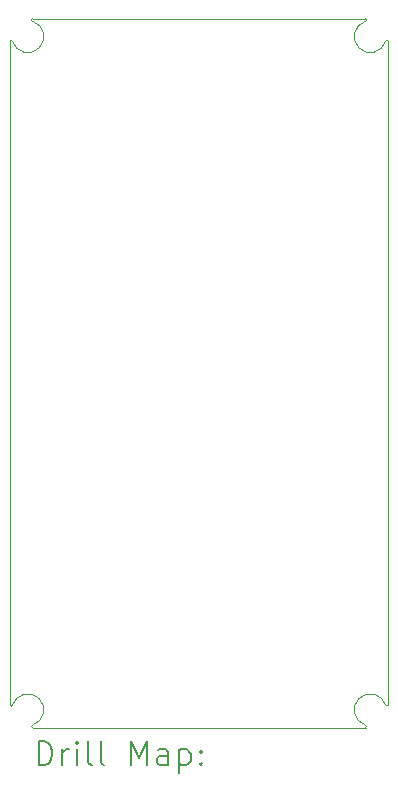
<source format=gbr>
%TF.GenerationSoftware,KiCad,Pcbnew,7.0.2-6a45011f42~172~ubuntu22.04.1*%
%TF.CreationDate,2023-05-07T18:17:42+01:00*%
%TF.ProjectId,octoHX711,6f63746f-4858-4373-9131-2e6b69636164,rev?*%
%TF.SameCoordinates,Original*%
%TF.FileFunction,Drillmap*%
%TF.FilePolarity,Positive*%
%FSLAX45Y45*%
G04 Gerber Fmt 4.5, Leading zero omitted, Abs format (unit mm)*
G04 Created by KiCad (PCBNEW 7.0.2-6a45011f42~172~ubuntu22.04.1) date 2023-05-07 18:17:42*
%MOMM*%
%LPD*%
G01*
G04 APERTURE LIST*
%ADD10C,0.100000*%
%ADD11C,0.200000*%
G04 APERTURE END LIST*
D10*
X12690000Y-12480000D02*
G75*
G03*
X12690000Y-12500000I0J-10000D01*
G01*
X12500000Y-12310000D02*
G75*
G03*
X12520000Y-12310000I10000J0D01*
G01*
X12690000Y-12480000D02*
G75*
G03*
X12520000Y-12310000I-40000J130000D01*
G01*
X15680000Y-12310000D02*
G75*
G03*
X15700000Y-12310000I10000J0D01*
G01*
X15510000Y-12500000D02*
G75*
G03*
X15510000Y-12480000I0J10000D01*
G01*
X15680000Y-12310000D02*
G75*
G03*
X15510000Y-12480000I-130000J-40000D01*
G01*
X15510000Y-6520000D02*
G75*
G03*
X15510000Y-6500000I0J10000D01*
G01*
X15700000Y-6690000D02*
G75*
G03*
X15680000Y-6690000I-10000J0D01*
G01*
X15510000Y-6520000D02*
G75*
G03*
X15680000Y-6690000I40000J-130000D01*
G01*
X12520000Y-6690000D02*
G75*
G03*
X12500000Y-6690000I-10000J0D01*
G01*
X12690000Y-6500000D02*
G75*
G03*
X12690000Y-6520000I0J-10000D01*
G01*
X12520000Y-6690000D02*
G75*
G03*
X12690000Y-6520000I130000J40000D01*
G01*
X12690000Y-6500000D02*
X15510000Y-6500000D01*
X12500000Y-12310000D02*
X12500000Y-6690000D01*
X15510000Y-12500000D02*
X12690000Y-12500000D01*
X15700000Y-6690000D02*
X15700000Y-12310000D01*
D11*
X12742619Y-12817524D02*
X12742619Y-12617524D01*
X12742619Y-12617524D02*
X12790238Y-12617524D01*
X12790238Y-12617524D02*
X12818809Y-12627048D01*
X12818809Y-12627048D02*
X12837857Y-12646095D01*
X12837857Y-12646095D02*
X12847381Y-12665143D01*
X12847381Y-12665143D02*
X12856905Y-12703238D01*
X12856905Y-12703238D02*
X12856905Y-12731809D01*
X12856905Y-12731809D02*
X12847381Y-12769905D01*
X12847381Y-12769905D02*
X12837857Y-12788952D01*
X12837857Y-12788952D02*
X12818809Y-12808000D01*
X12818809Y-12808000D02*
X12790238Y-12817524D01*
X12790238Y-12817524D02*
X12742619Y-12817524D01*
X12942619Y-12817524D02*
X12942619Y-12684190D01*
X12942619Y-12722286D02*
X12952143Y-12703238D01*
X12952143Y-12703238D02*
X12961667Y-12693714D01*
X12961667Y-12693714D02*
X12980714Y-12684190D01*
X12980714Y-12684190D02*
X12999762Y-12684190D01*
X13066428Y-12817524D02*
X13066428Y-12684190D01*
X13066428Y-12617524D02*
X13056905Y-12627048D01*
X13056905Y-12627048D02*
X13066428Y-12636571D01*
X13066428Y-12636571D02*
X13075952Y-12627048D01*
X13075952Y-12627048D02*
X13066428Y-12617524D01*
X13066428Y-12617524D02*
X13066428Y-12636571D01*
X13190238Y-12817524D02*
X13171190Y-12808000D01*
X13171190Y-12808000D02*
X13161667Y-12788952D01*
X13161667Y-12788952D02*
X13161667Y-12617524D01*
X13295000Y-12817524D02*
X13275952Y-12808000D01*
X13275952Y-12808000D02*
X13266428Y-12788952D01*
X13266428Y-12788952D02*
X13266428Y-12617524D01*
X13523571Y-12817524D02*
X13523571Y-12617524D01*
X13523571Y-12617524D02*
X13590238Y-12760381D01*
X13590238Y-12760381D02*
X13656905Y-12617524D01*
X13656905Y-12617524D02*
X13656905Y-12817524D01*
X13837857Y-12817524D02*
X13837857Y-12712762D01*
X13837857Y-12712762D02*
X13828333Y-12693714D01*
X13828333Y-12693714D02*
X13809286Y-12684190D01*
X13809286Y-12684190D02*
X13771190Y-12684190D01*
X13771190Y-12684190D02*
X13752143Y-12693714D01*
X13837857Y-12808000D02*
X13818809Y-12817524D01*
X13818809Y-12817524D02*
X13771190Y-12817524D01*
X13771190Y-12817524D02*
X13752143Y-12808000D01*
X13752143Y-12808000D02*
X13742619Y-12788952D01*
X13742619Y-12788952D02*
X13742619Y-12769905D01*
X13742619Y-12769905D02*
X13752143Y-12750857D01*
X13752143Y-12750857D02*
X13771190Y-12741333D01*
X13771190Y-12741333D02*
X13818809Y-12741333D01*
X13818809Y-12741333D02*
X13837857Y-12731809D01*
X13933095Y-12684190D02*
X13933095Y-12884190D01*
X13933095Y-12693714D02*
X13952143Y-12684190D01*
X13952143Y-12684190D02*
X13990238Y-12684190D01*
X13990238Y-12684190D02*
X14009286Y-12693714D01*
X14009286Y-12693714D02*
X14018809Y-12703238D01*
X14018809Y-12703238D02*
X14028333Y-12722286D01*
X14028333Y-12722286D02*
X14028333Y-12779428D01*
X14028333Y-12779428D02*
X14018809Y-12798476D01*
X14018809Y-12798476D02*
X14009286Y-12808000D01*
X14009286Y-12808000D02*
X13990238Y-12817524D01*
X13990238Y-12817524D02*
X13952143Y-12817524D01*
X13952143Y-12817524D02*
X13933095Y-12808000D01*
X14114048Y-12798476D02*
X14123571Y-12808000D01*
X14123571Y-12808000D02*
X14114048Y-12817524D01*
X14114048Y-12817524D02*
X14104524Y-12808000D01*
X14104524Y-12808000D02*
X14114048Y-12798476D01*
X14114048Y-12798476D02*
X14114048Y-12817524D01*
X14114048Y-12693714D02*
X14123571Y-12703238D01*
X14123571Y-12703238D02*
X14114048Y-12712762D01*
X14114048Y-12712762D02*
X14104524Y-12703238D01*
X14104524Y-12703238D02*
X14114048Y-12693714D01*
X14114048Y-12693714D02*
X14114048Y-12712762D01*
M02*

</source>
